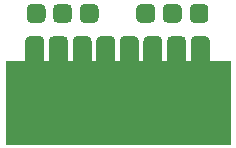
<source format=gbr>
G04 #@! TF.GenerationSoftware,KiCad,Pcbnew,(5.1.10-1-10_14)*
G04 #@! TF.CreationDate,2021-10-23T21:51:13-04:00*
G04 #@! TF.ProjectId,WiiComp,57696943-6f6d-4702-9e6b-696361645f70,1*
G04 #@! TF.SameCoordinates,Original*
G04 #@! TF.FileFunction,Soldermask,Bot*
G04 #@! TF.FilePolarity,Negative*
%FSLAX46Y46*%
G04 Gerber Fmt 4.6, Leading zero omitted, Abs format (unit mm)*
G04 Created by KiCad (PCBNEW (5.1.10-1-10_14)) date 2021-10-23 21:51:13*
%MOMM*%
%LPD*%
G01*
G04 APERTURE LIST*
%ADD10C,0.100000*%
G04 APERTURE END LIST*
D10*
G36*
X153730000Y-92940000D02*
G01*
X134770000Y-92940000D01*
X134770000Y-85890000D01*
X153730000Y-85890000D01*
X153730000Y-92940000D01*
G37*
X153730000Y-92940000D02*
X134770000Y-92940000D01*
X134770000Y-85890000D01*
X153730000Y-85890000D01*
X153730000Y-92940000D01*
G36*
G01*
X150294200Y-82300400D02*
X150294200Y-81499600D01*
G75*
G02*
X150694600Y-81099200I400400J0D01*
G01*
X151495400Y-81099200D01*
G75*
G02*
X151895800Y-81499600I0J-400400D01*
G01*
X151895800Y-82300400D01*
G75*
G02*
X151495400Y-82700800I-400400J0D01*
G01*
X150694600Y-82700800D01*
G75*
G02*
X150294200Y-82300400I0J400400D01*
G01*
G37*
G36*
G01*
X148034200Y-82300400D02*
X148034200Y-81499600D01*
G75*
G02*
X148434600Y-81099200I400400J0D01*
G01*
X149235400Y-81099200D01*
G75*
G02*
X149635800Y-81499600I0J-400400D01*
G01*
X149635800Y-82300400D01*
G75*
G02*
X149235400Y-82700800I-400400J0D01*
G01*
X148434600Y-82700800D01*
G75*
G02*
X148034200Y-82300400I0J400400D01*
G01*
G37*
G36*
G01*
X145774200Y-82300400D02*
X145774200Y-81499600D01*
G75*
G02*
X146174600Y-81099200I400400J0D01*
G01*
X146975400Y-81099200D01*
G75*
G02*
X147375800Y-81499600I0J-400400D01*
G01*
X147375800Y-82300400D01*
G75*
G02*
X146975400Y-82700800I-400400J0D01*
G01*
X146174600Y-82700800D01*
G75*
G02*
X145774200Y-82300400I0J400400D01*
G01*
G37*
G36*
G01*
X140984200Y-82300400D02*
X140984200Y-81499600D01*
G75*
G02*
X141384600Y-81099200I400400J0D01*
G01*
X142185400Y-81099200D01*
G75*
G02*
X142585800Y-81499600I0J-400400D01*
G01*
X142585800Y-82300400D01*
G75*
G02*
X142185400Y-82700800I-400400J0D01*
G01*
X141384600Y-82700800D01*
G75*
G02*
X140984200Y-82300400I0J400400D01*
G01*
G37*
G36*
G01*
X138739200Y-82300400D02*
X138739200Y-81499600D01*
G75*
G02*
X139139600Y-81099200I400400J0D01*
G01*
X139940400Y-81099200D01*
G75*
G02*
X140340800Y-81499600I0J-400400D01*
G01*
X140340800Y-82300400D01*
G75*
G02*
X139940400Y-82700800I-400400J0D01*
G01*
X139139600Y-82700800D01*
G75*
G02*
X138739200Y-82300400I0J400400D01*
G01*
G37*
G36*
G01*
X136494200Y-82300400D02*
X136494200Y-81499600D01*
G75*
G02*
X136894600Y-81099200I400400J0D01*
G01*
X137695400Y-81099200D01*
G75*
G02*
X138095800Y-81499600I0J-400400D01*
G01*
X138095800Y-82300400D01*
G75*
G02*
X137695400Y-82700800I-400400J0D01*
G01*
X136894600Y-82700800D01*
G75*
G02*
X136494200Y-82300400I0J400400D01*
G01*
G37*
G36*
G01*
X136389200Y-90510400D02*
X136389200Y-84209600D01*
G75*
G02*
X136789600Y-83809200I400400J0D01*
G01*
X137590400Y-83809200D01*
G75*
G02*
X137990800Y-84209600I0J-400400D01*
G01*
X137990800Y-90510400D01*
G75*
G02*
X137590400Y-90910800I-400400J0D01*
G01*
X136789600Y-90910800D01*
G75*
G02*
X136389200Y-90510400I0J400400D01*
G01*
G37*
G36*
G01*
X138389200Y-90510400D02*
X138389200Y-84209600D01*
G75*
G02*
X138789600Y-83809200I400400J0D01*
G01*
X139590400Y-83809200D01*
G75*
G02*
X139990800Y-84209600I0J-400400D01*
G01*
X139990800Y-90510400D01*
G75*
G02*
X139590400Y-90910800I-400400J0D01*
G01*
X138789600Y-90910800D01*
G75*
G02*
X138389200Y-90510400I0J400400D01*
G01*
G37*
G36*
G01*
X140389200Y-90510400D02*
X140389200Y-84209600D01*
G75*
G02*
X140789600Y-83809200I400400J0D01*
G01*
X141590400Y-83809200D01*
G75*
G02*
X141990800Y-84209600I0J-400400D01*
G01*
X141990800Y-90510400D01*
G75*
G02*
X141590400Y-90910800I-400400J0D01*
G01*
X140789600Y-90910800D01*
G75*
G02*
X140389200Y-90510400I0J400400D01*
G01*
G37*
G36*
G01*
X142389200Y-90510400D02*
X142389200Y-84209600D01*
G75*
G02*
X142789600Y-83809200I400400J0D01*
G01*
X143590400Y-83809200D01*
G75*
G02*
X143990800Y-84209600I0J-400400D01*
G01*
X143990800Y-90510400D01*
G75*
G02*
X143590400Y-90910800I-400400J0D01*
G01*
X142789600Y-90910800D01*
G75*
G02*
X142389200Y-90510400I0J400400D01*
G01*
G37*
G36*
G01*
X144389200Y-90510400D02*
X144389200Y-84209600D01*
G75*
G02*
X144789600Y-83809200I400400J0D01*
G01*
X145590400Y-83809200D01*
G75*
G02*
X145990800Y-84209600I0J-400400D01*
G01*
X145990800Y-90510400D01*
G75*
G02*
X145590400Y-90910800I-400400J0D01*
G01*
X144789600Y-90910800D01*
G75*
G02*
X144389200Y-90510400I0J400400D01*
G01*
G37*
G36*
G01*
X146389200Y-90510400D02*
X146389200Y-84209600D01*
G75*
G02*
X146789600Y-83809200I400400J0D01*
G01*
X147590400Y-83809200D01*
G75*
G02*
X147990800Y-84209600I0J-400400D01*
G01*
X147990800Y-90510400D01*
G75*
G02*
X147590400Y-90910800I-400400J0D01*
G01*
X146789600Y-90910800D01*
G75*
G02*
X146389200Y-90510400I0J400400D01*
G01*
G37*
G36*
G01*
X148389200Y-90510400D02*
X148389200Y-84209600D01*
G75*
G02*
X148789600Y-83809200I400400J0D01*
G01*
X149590400Y-83809200D01*
G75*
G02*
X149990800Y-84209600I0J-400400D01*
G01*
X149990800Y-90510400D01*
G75*
G02*
X149590400Y-90910800I-400400J0D01*
G01*
X148789600Y-90910800D01*
G75*
G02*
X148389200Y-90510400I0J400400D01*
G01*
G37*
G36*
G01*
X150389200Y-90510400D02*
X150389200Y-84209600D01*
G75*
G02*
X150789600Y-83809200I400400J0D01*
G01*
X151590400Y-83809200D01*
G75*
G02*
X151990800Y-84209600I0J-400400D01*
G01*
X151990800Y-90510400D01*
G75*
G02*
X151590400Y-90910800I-400400J0D01*
G01*
X150789600Y-90910800D01*
G75*
G02*
X150389200Y-90510400I0J400400D01*
G01*
G37*
M02*

</source>
